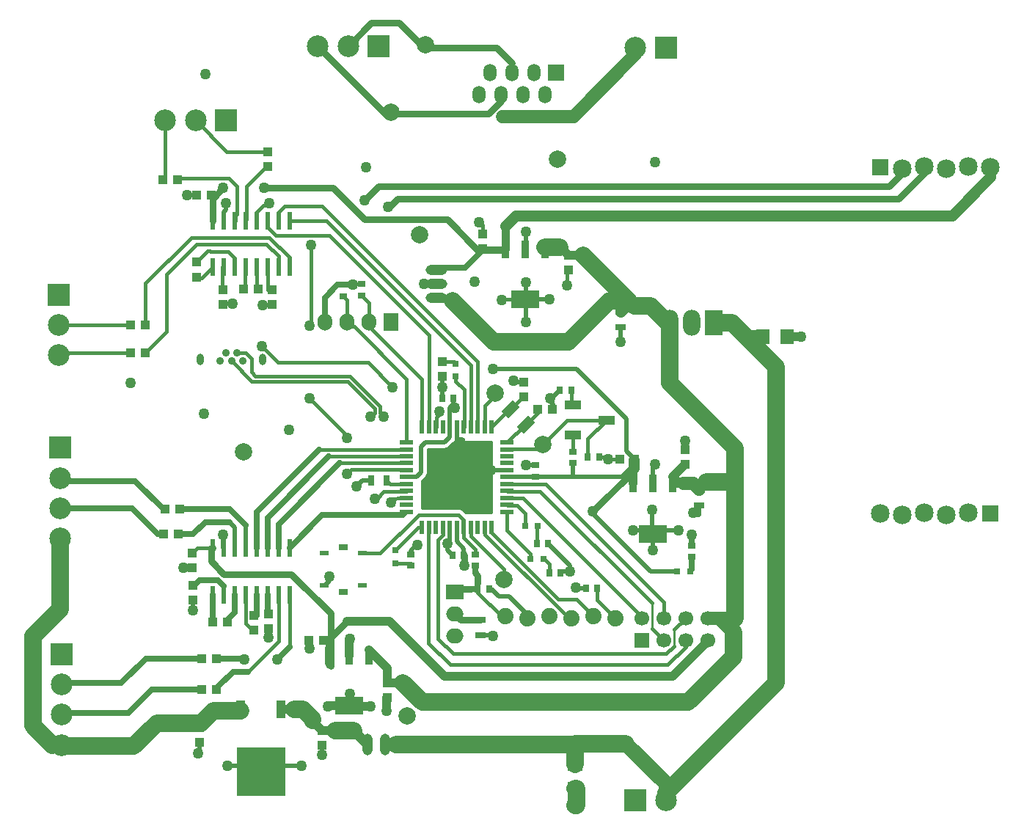
<source format=gtl>
G04 DipTrace 3.3.1.3*
G04 HypermaqBottomsidev0.3.gtl*
%MOMM*%
G04 #@! TF.FileFunction,Copper,L1,Top*
G04 #@! TF.Part,Single*
%AMOUTLINE0*
4,1,4,
0.35,-0.45,
-0.35,-0.45,
-0.35,0.45,
0.35,0.45,
0.35,-0.45,
0*%
%AMOUTLINE3*
4,1,4,
-0.45,-0.35,
-0.45,0.35,
0.45,0.35,
0.45,-0.35,
-0.45,-0.35,
0*%
%AMOUTLINE6*
4,1,4,
0.9,-0.5,
-0.9,-0.5,
-0.9,0.5,
0.9,0.5,
0.9,-0.5,
0*%
%AMOUTLINE9*
4,1,4,
-1.06067,-0.28283,
0.28283,1.06067,
1.06067,0.28283,
-0.28283,-1.06067,
-1.06067,-0.28283,
0*%
G04 #@! TA.AperFunction,Conductor*
%ADD14C,0.381*%
%ADD15C,0.254*%
%ADD16C,0.508*%
%ADD17C,0.5*%
%ADD18C,1.016*%
G04 #@! TA.AperFunction,ComponentPad*
%ADD19C,2.0*%
G04 #@! TA.AperFunction,Conductor*
%ADD20C,0.635*%
%ADD21C,0.762*%
%ADD22C,0.7*%
%ADD23C,1.0*%
%ADD24C,2.032*%
%ADD25C,1.2*%
%ADD26C,1.524*%
%ADD27C,1.3*%
%ADD28C,0.95*%
%ADD29C,0.8*%
G04 #@! TA.AperFunction,ViaPad*
%ADD30C,1.27*%
G04 #@! TA.AperFunction,Conductor*
%ADD31C,1.778*%
G04 #@! TA.AperFunction,CopperBalancing*
%ADD32C,0.29997*%
%ADD37R,1.0X1.1*%
%ADD38R,1.1X1.0*%
%ADD41R,1.2X0.8*%
%ADD42R,0.7X0.9*%
%ADD43R,0.9X0.7*%
%ADD44R,0.8X1.2*%
%ADD45R,1.6X1.8*%
%ADD46R,1.8X1.6*%
%ADD48R,0.8X0.8*%
G04 #@! TA.AperFunction,ComponentPad*
%ADD50O,1.7X2.0*%
%ADD51R,1.7X2.0*%
%ADD53C,2.5*%
%ADD54R,2.5X2.5*%
%ADD58C,0.9*%
%ADD59O,0.8X1.35*%
%ADD61O,2.0X1.7*%
%ADD62R,2.0X1.7*%
%ADD65C,1.87967*%
%ADD67O,1.5X2.0*%
%ADD68R,1.87967X1.87967*%
%ADD70R,1.0X0.6*%
%ADD71R,1.0X0.8*%
G04 #@! TA.AperFunction,ComponentPad*
%ADD72R,1.7X1.7*%
%ADD73C,1.7*%
%ADD75R,0.6X2.0*%
%ADD76R,1.5X0.5*%
%ADD77R,0.5X1.5*%
%ADD79R,1.0X2.1*%
%ADD80R,5.55X5.65*%
%ADD82O,1.2X2.5*%
G04 #@! TA.AperFunction,ComponentPad*
%ADD83R,2.0X3.0*%
%ADD84O,2.0X3.0*%
%ADD86R,0.95X2.15*%
%ADD87R,3.25X2.15*%
%ADD89O,2.5X1.2*%
G04 #@! TA.AperFunction,ComponentPad*
%ADD92R,1.8796X1.8796*%
%ADD93C,2.159*%
%ADD183OUTLINE0*%
%ADD186OUTLINE3*%
%ADD189OUTLINE6*%
%ADD192OUTLINE9*%
%FSLAX35Y35*%
G04*
G71*
G90*
G75*
G01*
G04 Top*
%LPD*%
X1442753Y6640123D2*
D14*
X607623D1*
Y6640860D1*
Y6290860D2*
X635013Y6318250D1*
X1438377D1*
X4886753Y4306250D2*
X4879750Y4299247D1*
Y2971250D1*
X5132000Y2719000D1*
X7640250D1*
X7846623Y2925373D1*
Y3004750D1*
X5046753Y4306250D2*
X5049750Y4303253D1*
Y4224253D1*
X4989123Y4163627D1*
Y3020627D1*
X5163750Y2846000D1*
X7624373D1*
X7715250Y2936877D1*
D15*
Y3127377D1*
D14*
X7846623Y3258750D1*
X3026500Y8641627D2*
X2551000D1*
X2191500Y9001127D1*
X1841500D2*
Y8345627D1*
X1814373Y8318500D1*
X2671500Y6323003D2*
X2773373D1*
X2841623Y6254753D1*
Y6096000D1*
X2884883Y6052743D1*
X2900757D1*
X3971000D1*
X4320400Y5703350D1*
Y5626700D1*
X4364850Y5582250D1*
X4450483Y4594313D2*
Y4626407D1*
X4570003Y4652247D1*
X4626750D1*
X4626753Y4646250D1*
X2606500Y6223003D2*
X2840260Y5989243D1*
X2900757D1*
X3944700D1*
X4256900Y5677050D1*
Y5626700D1*
X4212450Y5582250D1*
X4256900Y4631337D2*
X4282090D1*
X4366500Y4715747D1*
X4570003D1*
X4626750D1*
X4626753Y4726250D1*
X5481000Y3057620D2*
D16*
X5619750D1*
Y3048000D1*
X5983690Y5978957D2*
X5857873D1*
Y6000750D1*
X6306707Y5671683D2*
X6318250D1*
Y5730877D1*
X6286500Y5762627D1*
Y5794377D1*
X6116250Y5020877D2*
X6005123D1*
Y5020873D1*
X4216753Y4846250D2*
X4116000D1*
X4052500Y4782750D1*
X6699750Y3602250D2*
X6579750D1*
Y3612250D1*
X6259123Y4116000D2*
X6508750Y3866373D1*
Y3794127D1*
X5126753Y4306250D2*
D17*
Y4116000D1*
X5100250D1*
X5786753Y4966250D2*
X5601693D1*
Y4966247D1*
X5206753Y5466250D2*
Y5286377D1*
X5254623D1*
X2153057Y3840543D2*
D16*
X2047873D1*
Y3841750D1*
X3036567Y3136330D2*
Y3036570D1*
X3032123Y3032127D1*
X2163440Y3469703D2*
X2159000Y3349627D1*
X2512627Y4068627D2*
X2508250D1*
Y4222750D1*
X3074567Y6879210D2*
X3060690D1*
X3055357Y6873877D1*
X2968623D1*
X2206667Y8143943D2*
X2174873D1*
Y8143877D1*
X2095500D1*
X2505690Y6879210D2*
X2536083D1*
X2546623Y6889750D1*
X2619373D1*
X2512627Y7846877D2*
Y7941873D1*
X2540000Y7969247D1*
Y8048627D1*
X7461250Y4508503D2*
Y4230127D1*
X7469373D1*
X7493000Y5032377D2*
X7469373Y5008750D1*
Y4810127D1*
X7937500Y4476753D2*
Y4445003D1*
X8006250D1*
Y4561377D1*
X6953250Y5095877D2*
D14*
Y5095807D1*
X7084830D1*
X3968750Y3016250D2*
D16*
X3961000Y3008500D1*
D18*
Y2825750D1*
Y2245750D2*
D16*
X3968373Y2238377D1*
D18*
X4206873D1*
X3501457Y3004680D2*
D16*
Y2905127D1*
X3508373D1*
X4403000Y2343877D2*
X4397373Y2338250D1*
D18*
Y2190750D1*
X7842250Y5302250D2*
D16*
Y5202420D1*
X7842183D1*
X6402000Y3782623D2*
X6413503Y3794127D1*
X6508750D1*
X5997250Y6937000D2*
X6005123Y6944873D1*
Y7132250D1*
X5997250Y7517000D2*
X6000750Y7520500D1*
Y7715250D1*
X6477000Y7096127D2*
D14*
Y7275330D1*
X6492940D1*
X5461000Y7826377D2*
Y7842250D1*
X5508557Y7794693D1*
Y7694793D1*
X4671623Y3992000D2*
D16*
Y4036617D1*
X4735127Y4100120D1*
X4751000D1*
X3714750Y2238377D2*
Y2245750D1*
D18*
X3961000D1*
X3973123Y2385620D2*
D16*
X3961000D1*
Y2245750D1*
X5727250Y6927000D2*
D14*
X5737250Y6937000D1*
X5997250D1*
D16*
X6277250D1*
X5997250D2*
X6005123Y6929127D1*
Y6671873D1*
X7238000Y4273997D2*
X7469373D1*
Y4230127D1*
X7762873Y4270377D2*
X7469373D1*
Y4230127D1*
X7472750Y4043757D2*
X7469373Y4047133D1*
Y4230127D1*
X3651250Y1793877D2*
Y1682750D1*
X2237053Y1821180D2*
Y1698627D1*
X2222500D1*
X7096123Y6445250D2*
Y6614500D1*
X3735000Y3734997D2*
Y3687373D1*
X3682503Y3634877D1*
X3676000D1*
X5036750Y5925750D2*
Y5798750D1*
Y6048623D2*
Y5925750D1*
X6848000Y5117623D2*
D14*
X6953250D1*
Y5095877D1*
X6572250Y1291627D2*
D19*
X6591783D1*
Y1095377D1*
X6572250D1*
X6397623Y5889627D2*
D16*
X6302373Y5794377D1*
X6286500D1*
X9175750Y6508750D2*
D18*
X9017000D1*
X2555873Y1555750D2*
D16*
X2870877D1*
X2945000Y1481627D1*
X3413123Y1555750D2*
X3019123D1*
X2945000Y1481627D1*
X7921627Y4095750D2*
D20*
Y4222750D1*
X7921623D1*
X5100250Y4116000D2*
D16*
Y4043750D1*
X5159373Y3984627D1*
X642610Y2494263D2*
D14*
X684513D1*
D20*
X698500Y2508250D1*
X1333500D1*
X1615250Y2790000D1*
X2259753D1*
X642610Y2144263D2*
D14*
X699640D1*
D20*
X714377Y2159000D1*
X1412873D1*
X1683870Y2429997D1*
X2259753D1*
X5786753Y4486250D2*
D14*
X5782873D1*
Y4274750D1*
X6057123Y4000500D1*
Y3937000D1*
X5786753Y4566250D2*
X5790753Y4562250D1*
X5899750D1*
X5993623Y4468377D1*
Y4318003D1*
X4806753Y4306250D2*
X4759497D1*
X4497000Y4043753D1*
X5286753Y5466250D2*
X5289750Y5469247D1*
Y5895000D1*
X5195500Y5989250D1*
Y6045623D1*
X5286753Y4306250D2*
Y4185247D1*
X5419750Y4052250D1*
Y3992250D1*
X4116000Y4004877D2*
X4322380D1*
X4766877Y4449373D1*
X5227257D1*
X5286753Y4389877D1*
Y4306250D1*
X5786753Y4806250D2*
X5790753Y4802250D1*
X6230880D1*
X7592623Y3440507D1*
Y3258750D1*
X5786753Y4726250D2*
X5790753Y4722250D1*
X6168000D1*
X7461250Y3429000D1*
D15*
Y3136123D1*
D14*
X7592623Y3004750D1*
X3026500Y8471627D2*
X3010627D1*
X2778123Y8239123D1*
Y7858373D1*
X2766627Y7846877D1*
Y4068627D2*
D16*
Y4329500D1*
D20*
X2583253Y4512873D1*
X2009623D1*
X2639627Y4068627D2*
D16*
Y4306493D1*
X2580493Y4365627D1*
D20*
X2301877D1*
X2163370Y4227120D1*
X1993753D1*
X2639627Y7846877D2*
D14*
X2651123D1*
Y7905747D1*
X2667000Y7921623D1*
Y8239127D1*
X2571750Y8334377D1*
X2000250D1*
X1984373Y8318500D1*
X2505690Y7049210D2*
X2495623D1*
Y7306877D1*
X2512627D1*
X3020627D2*
X3026873Y7300630D1*
Y7049210D1*
X3074567D1*
X2206690Y7195957D2*
Y7182247D1*
X2260997D1*
X2385627Y7306877D1*
X2206690Y7365957D2*
X2333733Y7493000D1*
X2359497D1*
X2365623Y7486873D1*
X2565627D1*
X2639627Y7412873D1*
Y7306877D1*
X2766627D2*
X2762250Y7302500D1*
Y7054313D1*
X2745667D1*
X2915667D2*
X2893627Y7076353D1*
Y7306877D1*
X4497000Y3893753D2*
Y3889373D1*
X4671623D1*
Y3862000D1*
X5195500Y6195623D2*
X5172500Y6218623D1*
X5036750D1*
X7921623Y3965750D2*
D20*
Y3818750D1*
X7901373Y3798500D1*
X5179623Y3306377D2*
D21*
X5248380Y3237620D1*
X5481000D1*
X2163440Y3639703D2*
D20*
X2179203D1*
X2238370Y3698870D1*
X2444757D1*
X2512627Y3631000D1*
D14*
Y3528627D1*
X3036567Y3306330D2*
X3020627Y3322270D1*
D20*
Y3528627D1*
X2385627D2*
X2385830Y3211430D1*
X2555830D2*
D14*
Y3238453D1*
D20*
X2639627Y3322250D1*
Y3528627D1*
X2766627D2*
D14*
Y3195250D1*
X2845957Y3115920D1*
X2861807D1*
Y3285920D2*
X2893627D1*
D20*
Y3528627D1*
X5715000Y9302750D2*
D14*
Y9223373D1*
D21*
X5572127Y9080500D1*
X4381503D1*
X3602877Y9859127D1*
X4445000Y9096377D2*
D14*
X4596737D1*
X4381503Y9080500D1*
X5842000Y9556750D2*
Y9667873D1*
D21*
X5667373Y9842500D1*
X4873623D1*
D14*
X4841873Y9874250D1*
X4794250D1*
D21*
X4540250Y10128250D1*
X4222000D1*
X3952877Y9859127D1*
X6207123Y3937000D2*
D14*
X6215877D1*
X6272000Y3880877D1*
Y3782623D1*
X6143623Y4318003D2*
X6129123Y4303503D1*
Y4116000D1*
X6544873Y5719377D2*
X6527623Y5736627D1*
Y5889627D1*
X6546377Y5181123D2*
X6544873Y5182627D1*
Y5369377D1*
X5771500Y3277647D2*
X5723480D1*
X5449500Y3551627D1*
Y3592123D1*
X5419750Y3862250D2*
D22*
Y3779147D1*
D21*
X5449500Y3749397D1*
Y3665223D1*
D22*
Y3592123D1*
X5179623Y3560377D2*
D21*
X5211370Y3592123D1*
X5366400D1*
D22*
X5449500D1*
X7041500Y3252247D2*
D14*
X6829750Y3463997D1*
Y3602250D1*
X3147627Y3528627D2*
Y2988873D1*
X2798377Y2639623D1*
D20*
X2623750D1*
X2460627Y2476500D1*
D14*
X2429753D1*
Y2429997D1*
X3274627Y3528627D2*
Y2925373D1*
D20*
X3131753Y2782500D1*
X2750750D2*
D14*
Y2814257D1*
X2726493Y2790000D1*
D20*
X2429753D1*
X3651250Y1963877D2*
D23*
X3802850D1*
D24*
X4015040D1*
D25*
Y1961570D1*
X4175270Y1801340D1*
X3175000Y2206627D2*
D23*
X3326600D1*
D24*
X3429000D1*
X3540123Y2095500D1*
Y2075000D1*
X3540517Y2074607D1*
D23*
X3651250Y1963877D1*
X7270373Y9842877D2*
D18*
Y9762747D1*
D26*
X6556377Y9048750D1*
X5737630D1*
X3147627Y7306877D2*
D14*
Y7433870D1*
X3009120Y7572377D1*
X2206627D1*
X1857373Y7223123D1*
Y6567247D1*
X1608377Y6318250D1*
X3274627Y7306877D2*
Y7417993D1*
X3040870Y7651750D1*
X2143127D1*
X1612753Y7121377D1*
Y6640123D1*
X5606753Y5466250D2*
X5810030Y5669527D1*
X5826123D1*
X5828280D1*
X5967710Y5808957D1*
X5983690D1*
X5786753Y5286250D2*
X5993253Y5492750D1*
X6002900D1*
X6136707Y5626557D1*
Y5671683D1*
X2952750Y6397627D2*
X3143253Y6207123D1*
X4183877D1*
X4465250Y5925750D1*
X5005000Y5640000D2*
Y5608250D1*
X4973250Y5576500D1*
Y5466250D1*
X4966753D1*
X4396753Y4846250D2*
X4436753Y4806250D1*
X4626753D1*
X5606753Y4306250D2*
Y4245247D1*
X6379750Y3472250D1*
X6592897D1*
X6787500Y3277647D1*
X5526753Y4306250D2*
X5529750Y4303253D1*
Y4222250D1*
X6449750Y3302250D1*
X6499750D1*
X6533500Y3268500D1*
Y3252247D1*
X626733Y4874017D2*
X658877Y4841877D1*
D20*
X1494747D1*
X1823747Y4512873D1*
D14*
X1839623D1*
X626733Y4524017D2*
D20*
X1460860D1*
X1757757Y4227120D1*
D14*
X1823753D1*
X5786753Y4646250D2*
X5790757Y4642247D1*
X5969753D1*
X7338623Y3273377D1*
Y3258750D1*
X4195373Y6671873D2*
Y6624250D1*
X4805623Y6014000D1*
Y5466250D1*
X4806753D1*
X4109750Y6982250D2*
X4195373Y6896627D1*
Y6671873D1*
X4413250Y8001000D2*
D16*
Y7985123D1*
D21*
X4524377Y8096250D1*
X10302877D1*
X10604470Y8397843D1*
D16*
Y8474103D1*
X3941373Y6671873D2*
D14*
Y6622250D1*
X4022757D1*
X4626753Y6018253D1*
Y5286250D1*
X3893753Y6973500D2*
X3941373Y6925880D1*
Y6671873D1*
X10350470Y8448703D2*
D16*
Y8493157D1*
X10366373Y8477250D1*
Y8413750D1*
D21*
X10191750Y8239127D1*
X4302123D1*
X4143373Y8080377D1*
X5786753Y5206250D2*
D14*
X5792753Y5212250D1*
X6148877D1*
X6195623Y5258997D1*
X6481003Y5544377D1*
X6934873D1*
X6718000Y5327503D1*
Y5117623D1*
X5366753Y4306250D2*
X5369750Y4303253D1*
Y4202250D1*
X5751127Y3820873D1*
Y3703247D1*
X5649750Y5852250D2*
Y5832247D1*
X5526753Y5709250D1*
Y5466250D1*
X2893627Y4068627D2*
D20*
Y4481127D1*
X3618750Y5206250D1*
D14*
X4626753D1*
X3020627Y4068627D2*
D20*
Y4417627D1*
X3729250Y5126250D1*
D14*
X4626753D1*
Y4486250D2*
X4585503Y4445000D1*
D20*
X3651000D1*
X3274627Y4068627D1*
X3147627D2*
Y4338247D1*
X3855630Y5046250D1*
D14*
X4626753D1*
Y4966250D2*
X4619753Y4973250D1*
X3988997D1*
X3941373Y4925627D1*
Y5338373D2*
Y5361377D1*
X3508373Y5794377D1*
Y6635750D2*
X3524250D1*
Y7565253D1*
X3044440Y8045063D2*
X3020627Y8021250D1*
X2973000D1*
X2893627Y7941877D1*
Y7846877D1*
X3020627D2*
Y7767243D1*
X3115873Y7671997D1*
X3735003D1*
X4886753Y6520247D1*
Y5466250D1*
X3274627Y7846877D2*
X3279253Y7842250D1*
X3698877D1*
X5366753Y6174373D1*
Y5466250D1*
X5446753D2*
X5449500Y5468997D1*
Y6218627D1*
X3651250Y8016877D1*
X3222627D1*
X3147627Y7941877D1*
Y7846877D1*
X4403000Y2513877D2*
D18*
Y2677250D1*
X4191000Y2889250D1*
D16*
Y2825750D1*
X7699373Y4810127D2*
X7767247D1*
Y4862120D1*
X7842183Y5032420D2*
D18*
X7699373Y4889610D1*
D16*
Y4810127D1*
X6227250Y7517000D2*
D18*
Y7540627D1*
D24*
X6397643D1*
D23*
X6492940Y7445330D1*
X6651627Y7445373D2*
X6492940D1*
Y7445330D1*
X7667623Y6667500D2*
D26*
X7635873D1*
D24*
X7445373Y6858000D1*
X7254877D1*
D26*
X7191377Y6921500D1*
D24*
X6969127D1*
X6492877Y6445250D1*
X5635623D1*
X5159373Y6921500D1*
D16*
X5010833D1*
X4973253Y6959080D1*
X7096123Y6794500D2*
D27*
X7163313Y6861690D1*
Y6893437D1*
D26*
X7191377Y6921500D1*
X6492940Y7445330D2*
D23*
X6667547D1*
D24*
X7191377Y6921500D1*
X7699373Y4810127D2*
D28*
X7823073D1*
D26*
X7937500D1*
X8006250Y4741377D1*
X8100623Y3258750D2*
X8413750D1*
D24*
Y4826000D1*
Y5222877D1*
X7667623Y5969003D1*
Y6667500D1*
X8006250Y4741377D2*
D29*
X8090873Y4826000D1*
D24*
X8413750D1*
X4403000Y2648027D2*
D23*
Y2513877D1*
X4582247D1*
D24*
X4810123Y2286000D1*
X7874000D1*
X8397873Y2809873D1*
Y3095627D1*
D26*
X8234750Y3258750D1*
X8100623D1*
X5508557Y7524793D2*
D14*
Y7517000D1*
X5767250D1*
X2385627Y7846877D2*
D21*
Y8100627D1*
X2508250Y8223250D1*
X2984500D2*
X3778250D1*
X4143373Y7858127D1*
X5095873D1*
X5445123Y7508877D1*
X5767250D1*
Y7517000D1*
D20*
X5516750D1*
X5302250Y7302500D1*
X5036750D1*
Y7273680D1*
X4973253D1*
X2376667Y8143943D2*
D14*
Y7846877D1*
X2385627D1*
X11366470Y8461383D2*
D30*
Y8350220D1*
X10922000Y7905750D1*
X5889627D1*
X5767250Y7783373D1*
D28*
Y7517000D1*
X2153057Y4010543D2*
D14*
X2211140Y4068627D1*
X2385627D1*
X3671457Y3004680D2*
D16*
X3719013Y2957123D1*
X3731000D1*
Y2825750D1*
X2385627Y4068627D2*
D21*
X2369750D1*
Y3916750D1*
X2519753Y3766747D1*
X3297630D1*
X3750873Y3313503D1*
Y2957123D1*
X3731000D1*
Y2825750D1*
Y2721000D1*
X3750873Y2701127D1*
Y3036497D1*
X3937003Y3222623D1*
D18*
X4429123D1*
X5064123Y2587627D1*
X7699377D1*
X8100623Y2988873D1*
D21*
Y3004750D1*
X5166750Y5798750D2*
D16*
Y5727623D1*
X5126753Y5687627D1*
D17*
Y5466250D1*
X6025500Y3252247D2*
D16*
X6029750D1*
Y3292247D1*
X5809247Y3512750D1*
X5687623D1*
X5608250Y3592123D1*
X5579500D1*
X5289373Y3984627D2*
Y4062630D1*
D17*
X5206753Y4145250D1*
Y4306250D1*
X6116250Y4890877D2*
D16*
X6111623Y4886250D1*
X5887150D1*
D17*
X5786753D1*
X7254830Y5095807D2*
D16*
X7164000Y5186637D1*
Y5560623D1*
X6592500Y6132123D1*
X5624127D1*
X5179630Y5687627D2*
X5126753D1*
X6116250Y4890877D2*
X6546377D1*
X7113380D1*
X7254830Y5032327D1*
Y5095807D1*
X7239373Y5080350D1*
D18*
Y4810127D1*
X6546377Y5051123D2*
D16*
Y4890877D1*
X7254830Y5095807D2*
D21*
X7270750D1*
Y4985673D1*
X6774137Y4489060D1*
X7751373Y3798500D2*
D16*
X7441000D1*
X6750440Y4489060D1*
X6774137D1*
X5290750Y3862927D2*
D21*
Y3983250D1*
X5289373Y3984627D1*
X4626753Y4886250D2*
D17*
X4743373D1*
D16*
X4794250Y4937127D1*
Y5238750D1*
X4841877Y5286377D1*
X5064127D1*
X5126753Y5349003D1*
D17*
Y5466250D1*
X3687373Y6671873D2*
D20*
Y6957623D1*
X3833250Y7103500D1*
X3893753D1*
D14*
Y7112250D1*
X4109750D1*
X4973253Y7116380D2*
D20*
X4826000D1*
X4004873Y7103500D2*
X3893753D1*
X8175623Y6667500D2*
D24*
X8382000D1*
X8540750Y6508750D1*
X8890000Y6159500D1*
Y2508250D1*
X7619990Y1238240D1*
Y1158870D1*
X6572250Y1571627D2*
Y1809750D1*
X7159627D1*
D31*
X7619990Y1349387D1*
Y1158870D1*
X6572250Y1571627D2*
D24*
Y1801340D1*
X4509647D1*
D25*
X4375270D1*
X8540750Y6508750D2*
D26*
X8737000D1*
X626733Y4174017D2*
D24*
Y3357233D1*
X317500Y3048000D1*
Y2016127D1*
X539363Y1794263D1*
D26*
X642610D1*
Y1778000D1*
D24*
X1478367D1*
X1688553Y1988187D1*
X1748243Y2047877D1*
X2254253D1*
X2397127Y2190750D1*
X2715000D1*
D26*
Y2206627D1*
D14*
D3*
X2237053Y1991180D2*
Y2095500D1*
X1762123D1*
X1688553Y2021930D1*
Y1988187D1*
X2237053Y1991180D2*
D18*
X2254253Y2047877D1*
D30*
X4364850Y5582250D3*
X4450483Y4594313D3*
X4212450Y5582250D3*
X4256900Y4631337D3*
X3131753Y2782500D3*
X2750750D3*
X5737630Y9048750D3*
X2952750Y6397627D3*
X4465250Y5925750D3*
X5005000Y5640000D3*
X4413250Y8001000D3*
X4143373Y8080377D3*
X3941373Y4925627D3*
Y5338373D3*
X3508373Y5794377D3*
Y6635750D3*
X3524250Y7565253D3*
X3044440Y8045063D3*
X2508250Y8223250D3*
X2984500D3*
X5624127Y6132123D3*
X5179630Y5687627D3*
X6774137Y4489060D3*
X5290750Y3862927D3*
X4826000Y7116380D3*
X4004873Y7103500D3*
X5619750Y3048000D3*
X5857873Y6000750D3*
X6286500Y5794377D3*
X5036750Y5925750D3*
X6005123Y5020873D3*
X4052500Y4782750D3*
X6579750Y3612250D3*
X6508750Y3794127D3*
X6005123Y7132250D3*
X5100250Y4116000D3*
X5601693Y4966247D3*
X5254623Y5286377D3*
X2047873Y3841750D3*
X3032123Y3032127D3*
X2159000Y3349627D3*
X2508250Y4222750D3*
X2286000Y5619750D3*
X2968623Y6873877D3*
X2095500Y8143877D3*
X2619373Y6889750D3*
X2540000Y8048627D3*
X7461250Y4508503D3*
X7493000Y5032377D3*
X7937500Y4476753D3*
X9175750Y6508750D3*
X6953250Y5095877D3*
X4206873Y2238377D3*
X3968750Y3016250D3*
X1444623Y5969000D3*
X3508373Y2905127D3*
X4397373Y2190750D3*
X7842250Y5302250D3*
X3270250Y5429250D3*
X6000750Y7715250D3*
X5461000Y7826377D3*
X6477000Y7096127D3*
X7921623Y4222750D3*
X4751000Y4100120D3*
X3973123Y2385620D3*
X5727250Y6927000D3*
X6005123Y6671873D3*
X3714750Y2238377D3*
X6277250Y6937000D3*
X7472750Y4043757D3*
X7238000Y4273997D3*
X7762873Y4270377D3*
X4159250Y8461377D3*
X2301890Y9540883D3*
X7493000Y8524877D3*
X3413123Y1555750D3*
X2555873D3*
X3651250Y1682750D3*
X2222500Y1698627D3*
X7096123Y6445250D3*
X3735000Y3734997D3*
X5413373Y7143750D3*
X4953000Y4667253D3*
X5429250D3*
X4953000Y5127623D3*
X5153723Y5257590D2*
D32*
X5601777D1*
X5124080Y5227927D2*
X5601777D1*
X4878833Y5198263D2*
X5601777D1*
X4878833Y5168600D2*
X5601777D1*
X4878833Y5138937D2*
X5601777D1*
X4878833Y5109273D2*
X5601777D1*
X4878833Y5079610D2*
X5601777D1*
X4878833Y5049947D2*
X5601777D1*
X4878833Y5020283D2*
X5601777D1*
X4878833Y4990620D2*
X5601777D1*
X4878833Y4960957D2*
X5601777D1*
X4878657Y4931293D2*
X5601777D1*
X4870747Y4901630D2*
X5601777D1*
X4847487Y4871967D2*
X5601777D1*
X4817843Y4842303D2*
X5601777D1*
X4812277Y4812640D2*
X5601777D1*
X4812277Y4782977D2*
X5601777D1*
X4812277Y4753313D2*
X5601777D1*
X4812277Y4723650D2*
X5601777D1*
X4812277Y4693987D2*
X5601777D1*
X4812277Y4664323D2*
X5601777D1*
X4812277Y4634660D2*
X5601777D1*
X4812277Y4604997D2*
X5601777D1*
X4812277Y4575333D2*
X5601777D1*
X4812277Y4545670D2*
X5601777D1*
X5265217Y4516007D2*
X5601777D1*
X5299723Y4486343D2*
X5601777D1*
X4809237Y4524627D2*
X5233160Y4524397D1*
X5244823Y4522550D1*
X5256057Y4518900D1*
X5266577Y4513540D1*
X5276130Y4506597D1*
X5307190Y4475867D1*
X5604803Y4475873D1*
X5604750Y5287247D1*
X5180403Y5287253D1*
X5117123Y5224323D1*
X5106767Y5216797D1*
X5095357Y5210983D1*
X5083177Y5207027D1*
X5070530Y5205023D1*
X5019130Y5204770D1*
X4875887D1*
X4875603Y4930723D1*
X4873600Y4918077D1*
X4869643Y4905897D1*
X4863830Y4894487D1*
X4856303Y4884130D1*
X4820137Y4847607D1*
X4809233Y4836703D1*
X4809250Y4524623D1*
D37*
X3036567Y3306330D3*
Y3136330D3*
X3074567Y7049210D3*
Y6879210D3*
X2206690Y7365957D3*
Y7195957D3*
D38*
X2745667Y7054313D3*
X2915667D3*
X2206667Y8143943D3*
X2376667D3*
D37*
X2505690Y7049210D3*
Y6879210D3*
D38*
X2555830Y3211430D3*
X2385830D3*
D37*
X2861807Y3115920D3*
Y3285920D3*
X2153057Y3840543D3*
Y4010543D3*
D41*
X5481000Y3237620D3*
Y3057620D3*
D37*
X2163440Y3639703D3*
Y3469703D3*
X5983690Y5978957D3*
Y5808957D3*
D38*
X6306707Y5671683D3*
X6136707D3*
D42*
X5036750Y5798750D3*
X5166750D3*
D43*
X6116250Y5020877D3*
Y4890877D3*
D42*
X5159373Y3984627D3*
X5289373D3*
D44*
X4396753Y4846250D3*
X4216753D3*
D45*
X8737000Y6508750D3*
X9017000D3*
D41*
X8006250Y4741377D3*
Y4561377D3*
D37*
X4403000Y2513877D3*
Y2343877D3*
X7842183Y5032420D3*
Y5202420D3*
D38*
X7254830Y5095807D3*
X7084830D3*
X3671457Y3004680D3*
X3501457D3*
D37*
X6492940Y7445330D3*
Y7275330D3*
X5508557Y7524793D3*
Y7694793D3*
X2237053Y1991180D3*
Y1821180D3*
X3651250Y1793877D3*
Y1963877D3*
D41*
X7096123Y6794500D3*
Y6614500D3*
D46*
X6572250Y1571627D3*
Y1291627D3*
D19*
X4635500Y2127250D3*
X6572250Y1095377D3*
X6365873Y8556627D3*
X2746373Y5175250D3*
X4778373Y7683500D3*
D48*
X4497000Y3893753D3*
Y4043753D3*
D50*
X3687373Y6671873D3*
X3941373D3*
X4195373D3*
D51*
X4449373D3*
D53*
X7619990Y1158870D3*
D54*
X7269990D3*
D53*
X626733Y4174017D3*
Y4524017D3*
Y4874017D3*
D54*
Y5224017D3*
D53*
X642610Y1794263D3*
Y2144263D3*
Y2494263D3*
D54*
Y2844263D3*
D53*
X1841500Y9001127D3*
X2191500D3*
D54*
X2541500D3*
D58*
X2476500Y6223010D3*
D59*
X2964000Y6245010D3*
D58*
X2671500Y6323010D3*
X2606500Y6223010D3*
X2736500D3*
X2541500Y6323010D3*
D59*
X2249500Y6245010D3*
D61*
X5179623Y3052377D3*
Y3306377D3*
D62*
Y3560377D3*
D65*
X7041500Y3252247D3*
X6787500Y3277647D3*
X6533500Y3252247D3*
X6279500Y3277647D3*
X6025500Y3252247D3*
X5771500Y3277647D3*
D67*
X5461000Y9302750D3*
X5588000Y9556750D3*
X5715000Y9302750D3*
X5969000D3*
X6223000D3*
X5842000Y9556750D3*
X6096000D3*
D68*
X6350000D3*
D53*
X607623Y6290860D3*
Y6640860D3*
D54*
Y6990860D3*
D53*
X3602877Y9859127D3*
X3952877D3*
D54*
X4302877D3*
D53*
X7270373Y9842877D3*
D54*
X7620373D3*
D19*
X4841873Y9874250D3*
X4445000Y9096377D3*
D38*
X1984373Y8318500D3*
X1814373D3*
D37*
X3026500Y8471627D3*
Y8641627D3*
D38*
X1993753Y4227120D3*
X1823753D3*
X2009623Y4512873D3*
X1839623D3*
X2429753Y2429997D3*
X2259753D3*
X2429753Y2790000D3*
X2259753D3*
X1608377Y6318250D3*
X1438377D3*
X1612753Y6640123D3*
X1442753D3*
D48*
X5195500Y6195623D3*
Y6045623D3*
X7901373Y3798500D3*
X7751373D3*
X6143623Y4318003D3*
X5993623D3*
D42*
X5449500Y3592123D3*
X5579500D3*
D43*
X5419750Y3992250D3*
Y3862250D3*
D42*
X6699750Y3602250D3*
X6829750D3*
X6259123Y4116000D3*
X6129123D3*
X6402000Y3782623D3*
X6272000D3*
D43*
X3893753Y6973500D3*
Y7103500D3*
X4109750Y6982250D3*
Y7112250D3*
D37*
X5036750Y6048623D3*
Y6218623D3*
D43*
X4671623Y3992000D3*
Y3862000D3*
X7921627Y4095750D3*
Y3965750D3*
D183*
X6397623Y5889627D3*
X6527623D3*
D186*
X6546377Y5051123D3*
Y5181123D3*
D42*
X6848000Y5117623D3*
X6718000D3*
D70*
X4116000Y4004877D3*
X3676000D3*
Y3634877D3*
X4116000D3*
D71*
X3896000Y4079877D3*
Y3559877D3*
D189*
X6544873Y5719377D3*
X6934873Y5544377D3*
X6544873Y5369377D3*
D48*
X6207123Y3937000D3*
X6057123D3*
D72*
X7338623Y3004750D3*
D73*
Y3258750D3*
X7592623Y3004750D3*
Y3258750D3*
X7846623Y3004750D3*
Y3258750D3*
X8100623Y3004750D3*
Y3258750D3*
D19*
X5751127Y3703247D3*
X6195623Y5258997D3*
X5649750Y5852250D3*
D75*
X2385627Y7306877D3*
X2512627D3*
X2639627D3*
X2766627D3*
X2893627D3*
X3020627D3*
X3147627D3*
X3274627D3*
Y7846877D3*
X3147627D3*
X3020627D3*
X2893627D3*
X2766627D3*
X2639627D3*
X2512627D3*
X2385627D3*
Y3528627D3*
X2512627D3*
X2639627D3*
X2766627D3*
X2893627D3*
X3020627D3*
X3147627D3*
X3274627D3*
Y4068627D3*
X3147627D3*
X3020627D3*
X2893627D3*
X2766627D3*
X2639627D3*
X2512627D3*
X2385627D3*
D76*
X4626753Y5286250D3*
Y5206250D3*
Y5126250D3*
Y5046250D3*
Y4966250D3*
Y4886250D3*
Y4806250D3*
Y4726250D3*
Y4646250D3*
Y4566250D3*
Y4486250D3*
D77*
X4806753Y4306250D3*
X4886753D3*
X4966753D3*
X5046753D3*
X5126753D3*
X5206753D3*
X5286753D3*
X5366753D3*
X5446753D3*
X5526753D3*
X5606753D3*
D76*
X5786753Y4486250D3*
Y4566250D3*
Y4646250D3*
Y4726250D3*
Y4806250D3*
Y4886250D3*
Y4966250D3*
Y5046250D3*
Y5126250D3*
Y5206250D3*
Y5286250D3*
D77*
X5606753Y5466250D3*
X5526753D3*
X5446753D3*
X5366753D3*
X5286753D3*
X5206753D3*
X5126753D3*
X5046753D3*
X4966753D3*
X4886753D3*
X4806753D3*
D79*
X3175000Y2206627D3*
X2715000D3*
D80*
X2945000Y1481627D3*
D82*
X4175270Y1801340D3*
X4375270D3*
D83*
X8175623Y6667500D3*
D84*
X7921623D3*
X7667623D3*
D86*
X7699373Y4810127D3*
X7469373D3*
X7239373D3*
D87*
X7469373Y4230127D3*
D86*
X4191000Y2825750D3*
X3961000D3*
X3731000D3*
D87*
X3961000Y2245750D3*
D89*
X4973253Y7116380D3*
Y6959080D3*
Y7273680D3*
D92*
X10096500Y8461434D3*
D93*
X10350470Y8448754D3*
X10604470Y8474154D3*
X10858470Y8448754D3*
X11112470Y8474154D3*
X11366470Y8461434D3*
D92*
X11364270Y4463854D3*
D93*
X11110370Y4476554D3*
X10856370Y4451154D3*
X10602370Y4476554D3*
X10348370Y4451154D3*
X10094340Y4463854D3*
D86*
X6227250Y7517000D3*
X5997250D3*
X5767250D3*
D87*
X5997250Y6937000D3*
D192*
X5826123Y5669527D3*
X6002900Y5492750D3*
M02*

</source>
